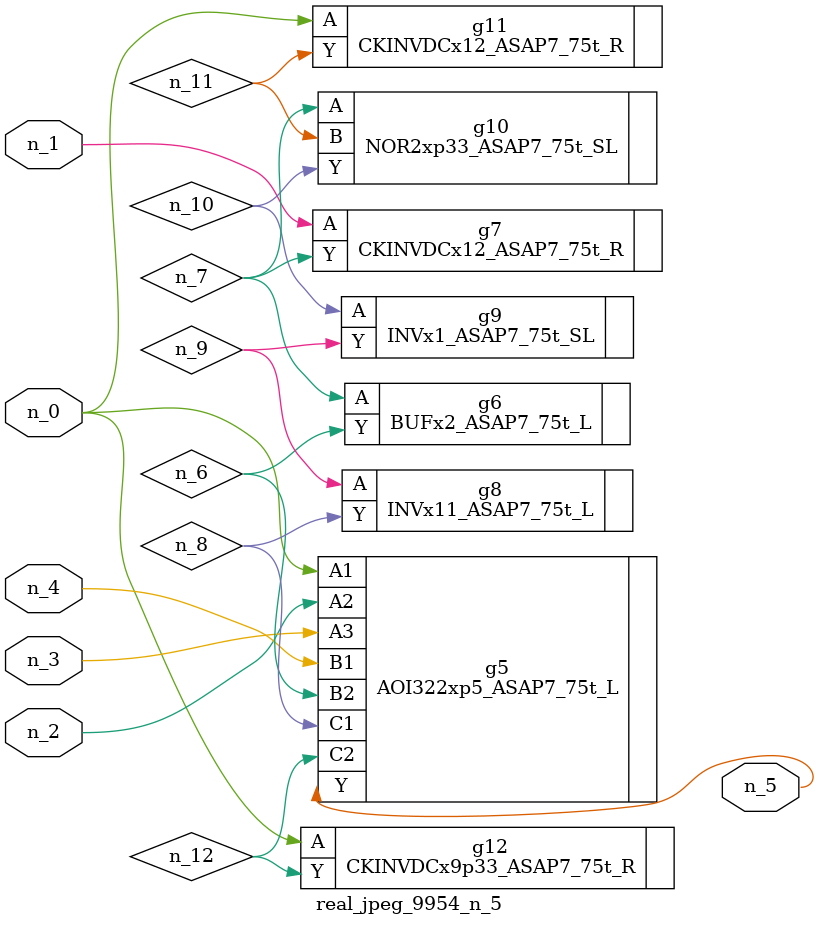
<source format=v>
module real_jpeg_9954_n_5 (n_4, n_0, n_1, n_2, n_3, n_5);

input n_4;
input n_0;
input n_1;
input n_2;
input n_3;

output n_5;

wire n_12;
wire n_8;
wire n_11;
wire n_6;
wire n_7;
wire n_10;
wire n_9;

AOI322xp5_ASAP7_75t_L g5 ( 
.A1(n_0),
.A2(n_2),
.A3(n_3),
.B1(n_4),
.B2(n_6),
.C1(n_8),
.C2(n_12),
.Y(n_5)
);

CKINVDCx12_ASAP7_75t_R g11 ( 
.A(n_0),
.Y(n_11)
);

CKINVDCx9p33_ASAP7_75t_R g12 ( 
.A(n_0),
.Y(n_12)
);

CKINVDCx12_ASAP7_75t_R g7 ( 
.A(n_1),
.Y(n_7)
);

BUFx2_ASAP7_75t_L g6 ( 
.A(n_7),
.Y(n_6)
);

NOR2xp33_ASAP7_75t_SL g10 ( 
.A(n_7),
.B(n_11),
.Y(n_10)
);

INVx11_ASAP7_75t_L g8 ( 
.A(n_9),
.Y(n_8)
);

INVx1_ASAP7_75t_SL g9 ( 
.A(n_10),
.Y(n_9)
);


endmodule
</source>
